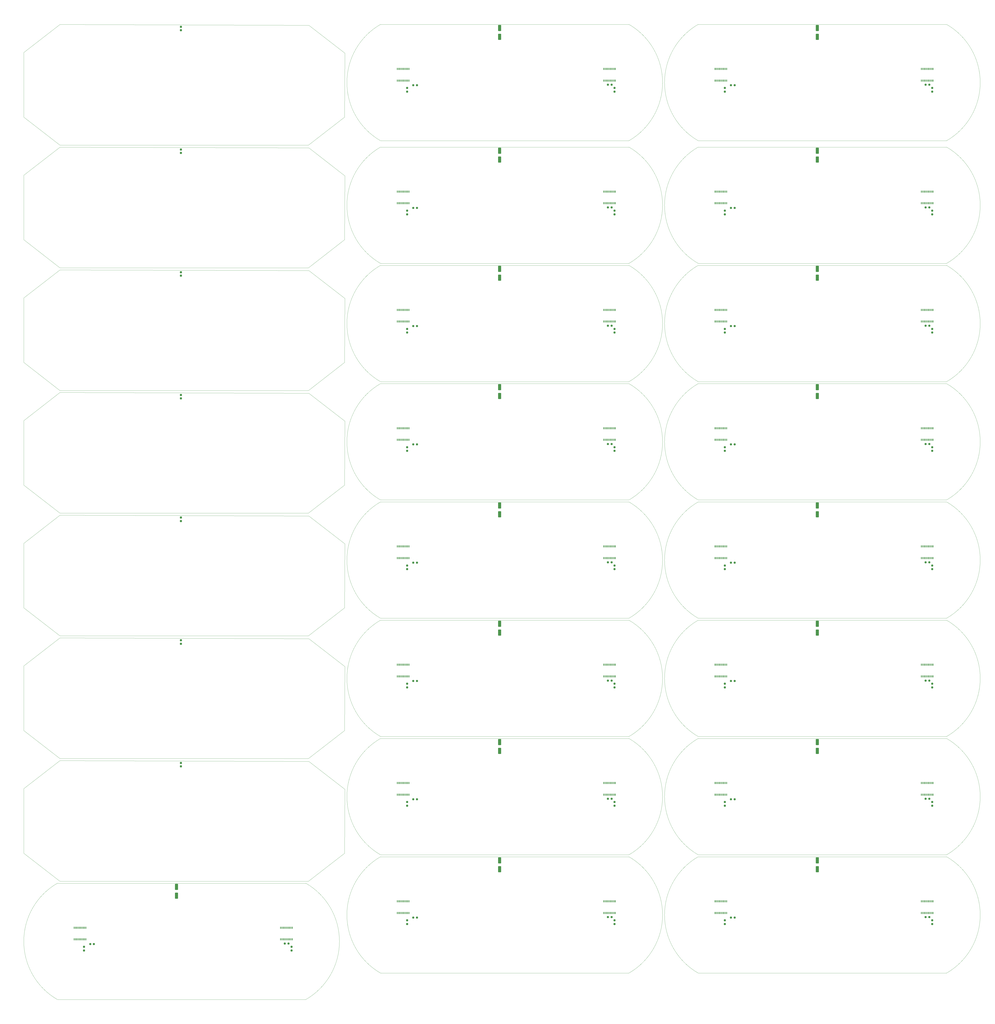
<source format=gbr>
%TF.GenerationSoftware,KiCad,Pcbnew,7.0.5-7.0.5~ubuntu20.04.1*%
%TF.CreationDate,2023-07-06T15:08:55+02:00*%
%TF.ProjectId,output_panel_QWYz9GD,6f757470-7574-45f7-9061-6e656c5f5157,rev?*%
%TF.SameCoordinates,Original*%
%TF.FileFunction,Paste,Bot*%
%TF.FilePolarity,Positive*%
%FSLAX45Y45*%
G04 Gerber Fmt 4.5, Leading zero omitted, Abs format (unit mm)*
G04 Created by KiCad (PCBNEW 7.0.5-7.0.5~ubuntu20.04.1) date 2023-07-06 15:08:55*
%MOMM*%
%LPD*%
G01*
G04 APERTURE LIST*
G04 Aperture macros list*
%AMRoundRect*
0 Rectangle with rounded corners*
0 $1 Rounding radius*
0 $2 $3 $4 $5 $6 $7 $8 $9 X,Y pos of 4 corners*
0 Add a 4 corners polygon primitive as box body*
4,1,4,$2,$3,$4,$5,$6,$7,$8,$9,$2,$3,0*
0 Add four circle primitives for the rounded corners*
1,1,$1+$1,$2,$3*
1,1,$1+$1,$4,$5*
1,1,$1+$1,$6,$7*
1,1,$1+$1,$8,$9*
0 Add four rect primitives between the rounded corners*
20,1,$1+$1,$2,$3,$4,$5,0*
20,1,$1+$1,$4,$5,$6,$7,0*
20,1,$1+$1,$6,$7,$8,$9,0*
20,1,$1+$1,$8,$9,$2,$3,0*%
G04 Aperture macros list end*
%TA.AperFunction,Profile*%
%ADD10C,0.050000*%
%TD*%
%TA.AperFunction,Profile*%
%ADD11C,0.100000*%
%TD*%
%ADD12RoundRect,0.237500X0.237500X-0.250000X0.237500X0.250000X-0.237500X0.250000X-0.237500X-0.250000X0*%
%ADD13RoundRect,0.237500X-0.250000X-0.237500X0.250000X-0.237500X0.250000X0.237500X-0.250000X0.237500X0*%
%ADD14RoundRect,0.237500X0.250000X0.237500X-0.250000X0.237500X-0.250000X-0.237500X0.250000X-0.237500X0*%
%ADD15R,0.400000X1.000000*%
%ADD16RoundRect,0.250000X-0.550000X1.250000X-0.550000X-1.250000X0.550000X-1.250000X0.550000X1.250000X0*%
%ADD17RoundRect,0.237500X-0.237500X0.300000X-0.237500X-0.300000X0.237500X-0.300000X0.237500X0.300000X0*%
G04 APERTURE END LIST*
D10*
X30243821Y-23770000D02*
G75*
G03*
X30243821Y-17970000I-1674316J2900000D01*
G01*
D11*
X50000Y-38169998D02*
X1850000Y-36769998D01*
D10*
X46091466Y-23770000D02*
G75*
G03*
X46091466Y-17970000I-1674316J2900000D01*
G01*
D11*
X1723822Y-42889998D02*
X14123822Y-42889998D01*
X17843821Y-11970000D02*
X30243821Y-11970000D01*
X17843821Y-29770000D02*
X30243821Y-29770000D01*
X14250000Y-6070000D02*
X1850000Y-6070000D01*
X1850000Y-12289999D02*
X14270000Y-12329999D01*
X50000Y-4670000D02*
X50000Y-1450000D01*
X33691466Y-23870000D02*
X46091466Y-23870000D01*
D10*
X17843822Y-41570000D02*
G75*
G03*
X17843821Y-47370000I1674316J-2900000D01*
G01*
D11*
X1850000Y-36769998D02*
X14270000Y-36809998D01*
X16050000Y-23029999D02*
X14250000Y-24429999D01*
X14250000Y-18309999D02*
X1850000Y-18309999D01*
X17843821Y-23870000D02*
X30243821Y-23870000D01*
X14250000Y-42789998D02*
X1850000Y-42789998D01*
X16070000Y-32079998D02*
X16050000Y-35269998D01*
X33691466Y-11970000D02*
X46091466Y-11970000D01*
X33691466Y-47370000D02*
X46091466Y-47370000D01*
D10*
X33691466Y-23870000D02*
G75*
G03*
X33691466Y-29670000I1674316J-2900000D01*
G01*
X33691466Y-6170000D02*
G75*
G03*
X33691466Y-11970000I1674316J-2900000D01*
G01*
D11*
X16050000Y-41389998D02*
X14250000Y-42789998D01*
X50000Y-29149998D02*
X50000Y-25929998D01*
X1850000Y-12189999D02*
X50000Y-10789999D01*
X1850000Y-18309999D02*
X50000Y-16909999D01*
X14270000Y-24569998D02*
X16070000Y-25959998D01*
X17843821Y-29670000D02*
X30243821Y-29670000D01*
X16070000Y-1480000D02*
X16050000Y-4670000D01*
X17843821Y-17870000D02*
X30243821Y-17870000D01*
X1850000Y-42789998D02*
X50000Y-41389998D01*
D10*
X46091466Y-11970000D02*
G75*
G03*
X46091466Y-6170000I-1674316J2900000D01*
G01*
D11*
X14250000Y-36669998D02*
X1850000Y-36669998D01*
D10*
X17843822Y-12070000D02*
G75*
G03*
X17843821Y-17870000I1674316J-2900000D01*
G01*
D11*
X50000Y-35269998D02*
X50000Y-32049998D01*
X33691466Y-12070000D02*
X46091466Y-12070000D01*
X50000Y-25929998D02*
X1850000Y-24529998D01*
X1850000Y-6169999D02*
X14270000Y-6209999D01*
D10*
X17843822Y-6170000D02*
G75*
G03*
X17843821Y-11970000I1674316J-2900000D01*
G01*
D11*
X33691466Y-29670000D02*
X46091466Y-29670000D01*
X17843821Y-35570000D02*
X30243821Y-35570000D01*
X17843821Y-41470000D02*
X30243821Y-41470000D01*
X16050000Y-10789999D02*
X14250000Y-12189999D01*
X14250000Y-24429999D02*
X1850000Y-24429999D01*
X17843821Y-12070000D02*
X30243821Y-12070000D01*
D10*
X33691466Y-41570000D02*
G75*
G03*
X33691466Y-47370000I1674316J-2900000D01*
G01*
X17843822Y-35670000D02*
G75*
G03*
X17843821Y-41470000I1674316J-2900000D01*
G01*
D11*
X33691466Y-41470000D02*
X46091466Y-41470000D01*
D10*
X1723822Y-42889998D02*
G75*
G03*
X1723822Y-48689998I1674316J-2900000D01*
G01*
D11*
X33691466Y-50000D02*
X46091466Y-50000D01*
D10*
X46091466Y-17870000D02*
G75*
G03*
X46091466Y-12070000I-1674316J2900000D01*
G01*
D11*
X14270000Y-30689998D02*
X16070000Y-32079998D01*
X17843821Y-35670000D02*
X30243821Y-35670000D01*
X1850000Y-24429999D02*
X50000Y-23029999D01*
X50000Y-32049998D02*
X1850000Y-30649998D01*
X16050000Y-4670000D02*
X14250000Y-6070000D01*
D10*
X46091466Y-35570000D02*
G75*
G03*
X46091466Y-29770000I-1674316J2900000D01*
G01*
D11*
X14270000Y-90000D02*
X16070000Y-1480000D01*
X16070000Y-13719999D02*
X16050000Y-16909999D01*
D10*
X30243821Y-29670000D02*
G75*
G03*
X30243821Y-23870000I-1674316J2900000D01*
G01*
D11*
X1850000Y-30649998D02*
X14270000Y-30689998D01*
X1850000Y-18409999D02*
X14270000Y-18449999D01*
X50000Y-13689999D02*
X1850000Y-12289999D01*
X14270000Y-6209999D02*
X16070000Y-7599999D01*
X50000Y-7569999D02*
X1850000Y-6169999D01*
D10*
X30243821Y-35570000D02*
G75*
G03*
X30243821Y-29770000I-1674316J2900000D01*
G01*
D11*
X16070000Y-25959998D02*
X16050000Y-29149998D01*
X50000Y-1450000D02*
X1850000Y-50000D01*
X33691466Y-23770000D02*
X46091466Y-23770000D01*
X17843821Y-23770000D02*
X30243821Y-23770000D01*
D10*
X17843821Y-50000D02*
G75*
G03*
X17843821Y-5850000I1674316J-2900000D01*
G01*
X46091466Y-47370000D02*
G75*
G03*
X46091466Y-41570000I-1674316J2900000D01*
G01*
D11*
X33691466Y-35670000D02*
X46091466Y-35670000D01*
X1723822Y-48689998D02*
X14123822Y-48689998D01*
X17843821Y-17970000D02*
X30243821Y-17970000D01*
D10*
X14123822Y-48689998D02*
G75*
G03*
X14123822Y-42889998I-1674316J2900000D01*
G01*
D11*
X50000Y-19809999D02*
X1850000Y-18409999D01*
D10*
X30243821Y-41470000D02*
G75*
G03*
X30243821Y-35670000I-1674316J2900000D01*
G01*
D11*
X16050000Y-29149998D02*
X14250000Y-30549998D01*
D10*
X33691466Y-12070000D02*
G75*
G03*
X33691466Y-17870000I1674316J-2900000D01*
G01*
D11*
X16070000Y-7599999D02*
X16050000Y-10789999D01*
X17843821Y-50000D02*
X30243821Y-50000D01*
D10*
X30243821Y-47370000D02*
G75*
G03*
X30243821Y-41570000I-1674316J2900000D01*
G01*
D11*
X17843821Y-47370000D02*
X30243821Y-47370000D01*
X14250000Y-12189999D02*
X1850000Y-12189999D01*
D10*
X30243821Y-11970000D02*
G75*
G03*
X30243821Y-6170000I-1674316J2900000D01*
G01*
D11*
X16050000Y-16909999D02*
X14250000Y-18309999D01*
X14270000Y-12329999D02*
X16070000Y-13719999D01*
X50000Y-16909999D02*
X50000Y-13689999D01*
X14270000Y-18449999D02*
X16070000Y-19839999D01*
X33691466Y-6170000D02*
X46091466Y-6170000D01*
X14270000Y-36809998D02*
X16070000Y-38199998D01*
X33691466Y-5850000D02*
X46091466Y-5850000D01*
D10*
X33691466Y-17970000D02*
G75*
G03*
X33691466Y-23770000I1674316J-2900000D01*
G01*
D11*
X33691466Y-41570000D02*
X46091466Y-41570000D01*
X16070000Y-38199998D02*
X16050000Y-41389998D01*
X1850000Y-50000D02*
X14270000Y-90000D01*
X14250000Y-30549998D02*
X1850000Y-30549998D01*
D10*
X33691466Y-35670000D02*
G75*
G03*
X33691466Y-41470000I1674316J-2900000D01*
G01*
X30243821Y-5850000D02*
G75*
G03*
X30243821Y-50000I-1674316J2900000D01*
G01*
X17843822Y-29770000D02*
G75*
G03*
X17843821Y-35570000I1674316J-2900000D01*
G01*
D11*
X1850000Y-6070000D02*
X50000Y-4670000D01*
X16050000Y-35269998D02*
X14250000Y-36669998D01*
D10*
X46091466Y-41470000D02*
G75*
G03*
X46091466Y-35670000I-1674316J2900000D01*
G01*
D11*
X1850000Y-36669998D02*
X50000Y-35269998D01*
D10*
X30243821Y-17870000D02*
G75*
G03*
X30243821Y-12070000I-1674316J2900000D01*
G01*
D11*
X50000Y-23029999D02*
X50000Y-19809999D01*
X1850000Y-24529998D02*
X14270000Y-24569998D01*
D10*
X17843822Y-17970000D02*
G75*
G03*
X17843821Y-23770000I1674316J-2900000D01*
G01*
X46091466Y-29670000D02*
G75*
G03*
X46091466Y-23870000I-1674316J2900000D01*
G01*
D11*
X50000Y-10789999D02*
X50000Y-7569999D01*
D10*
X33691466Y-29770000D02*
G75*
G03*
X33691466Y-35570000I1674316J-2900000D01*
G01*
D11*
X50000Y-41389998D02*
X50000Y-38169998D01*
D10*
X33691466Y-50000D02*
G75*
G03*
X33691466Y-5850000I1674316J-2900000D01*
G01*
X17843822Y-23870000D02*
G75*
G03*
X17843821Y-29670000I1674316J-2900000D01*
G01*
D11*
X17843821Y-41570000D02*
X30243821Y-41570000D01*
X17843821Y-6170000D02*
X30243821Y-6170000D01*
X17843821Y-5850000D02*
X30243821Y-5850000D01*
X16070000Y-19839999D02*
X16050000Y-23029999D01*
D10*
X46091466Y-5850000D02*
G75*
G03*
X46091466Y-50000I-1674316J2900000D01*
G01*
D11*
X33691466Y-17970000D02*
X46091466Y-17970000D01*
X33691466Y-35570000D02*
X46091466Y-35570000D01*
X33691466Y-17870000D02*
X46091466Y-17870000D01*
X33691466Y-29770000D02*
X46091466Y-29770000D01*
X1850000Y-30549998D02*
X50000Y-29149998D01*
D12*
X29524821Y-3401250D03*
X29524821Y-3218750D03*
D13*
X45041216Y-15080000D03*
X45223716Y-15080000D03*
D12*
X45372466Y-44921250D03*
X45372466Y-44738750D03*
D14*
X19666071Y-15100000D03*
X19483571Y-15100000D03*
D15*
X19267321Y-14870000D03*
X19202321Y-14870000D03*
X19137321Y-14870000D03*
X19072321Y-14870000D03*
X19007321Y-14870000D03*
X18942321Y-14870000D03*
X18877321Y-14870000D03*
X18812321Y-14870000D03*
X18747321Y-14870000D03*
X18682321Y-14870000D03*
X18682321Y-14290000D03*
X18747321Y-14290000D03*
X18812321Y-14290000D03*
X18877321Y-14290000D03*
X18942321Y-14290000D03*
X19007321Y-14290000D03*
X19072321Y-14290000D03*
X19137321Y-14290000D03*
X19202321Y-14290000D03*
X19267321Y-14290000D03*
D12*
X19174821Y-27221250D03*
X19174821Y-27038750D03*
D15*
X19267321Y-44370000D03*
X19202321Y-44370000D03*
X19137321Y-44370000D03*
X19072321Y-44370000D03*
X19007321Y-44370000D03*
X18942321Y-44370000D03*
X18877321Y-44370000D03*
X18812321Y-44370000D03*
X18747321Y-44370000D03*
X18682321Y-44370000D03*
X18682321Y-43790000D03*
X18747321Y-43790000D03*
X18812321Y-43790000D03*
X18877321Y-43790000D03*
X18942321Y-43790000D03*
X19007321Y-43790000D03*
X19072321Y-43790000D03*
X19137321Y-43790000D03*
X19202321Y-43790000D03*
X19267321Y-43790000D03*
D12*
X35022466Y-27221250D03*
X35022466Y-27038750D03*
X45372466Y-39021250D03*
X45372466Y-38838750D03*
D16*
X23786821Y-227000D03*
X23786821Y-667000D03*
D15*
X3147322Y-45689998D03*
X3082322Y-45689998D03*
X3017322Y-45689998D03*
X2952322Y-45689998D03*
X2887322Y-45689998D03*
X2822322Y-45689998D03*
X2757322Y-45689998D03*
X2692322Y-45689998D03*
X2627322Y-45689998D03*
X2562322Y-45689998D03*
X2562322Y-45109998D03*
X2627322Y-45109998D03*
X2692322Y-45109998D03*
X2757322Y-45109998D03*
X2822322Y-45109998D03*
X2887322Y-45109998D03*
X2952322Y-45109998D03*
X3017322Y-45109998D03*
X3082322Y-45109998D03*
X3147322Y-45109998D03*
D12*
X35022466Y-44921250D03*
X35022466Y-44738750D03*
D13*
X45041216Y-20980000D03*
X45223716Y-20980000D03*
D12*
X13404822Y-46241248D03*
X13404822Y-46058748D03*
D15*
X35114966Y-2850000D03*
X35049966Y-2850000D03*
X34984966Y-2850000D03*
X34919966Y-2850000D03*
X34854966Y-2850000D03*
X34789966Y-2850000D03*
X34724966Y-2850000D03*
X34659966Y-2850000D03*
X34594966Y-2850000D03*
X34529966Y-2850000D03*
X34529966Y-2270000D03*
X34594966Y-2270000D03*
X34659966Y-2270000D03*
X34724966Y-2270000D03*
X34789966Y-2270000D03*
X34854966Y-2270000D03*
X34919966Y-2270000D03*
X34984966Y-2270000D03*
X35049966Y-2270000D03*
X35114966Y-2270000D03*
D12*
X29524821Y-39021250D03*
X29524821Y-38838750D03*
D13*
X29193571Y-38680000D03*
X29376071Y-38680000D03*
D16*
X39634466Y-24047000D03*
X39634466Y-24487000D03*
D17*
X7890000Y-24649998D03*
X7890000Y-24822498D03*
D15*
X29567321Y-14870000D03*
X29502321Y-14870000D03*
X29437321Y-14870000D03*
X29372321Y-14870000D03*
X29307321Y-14870000D03*
X29242321Y-14870000D03*
X29177321Y-14870000D03*
X29112321Y-14870000D03*
X29047321Y-14870000D03*
X28982321Y-14870000D03*
X28982321Y-14290000D03*
X29047321Y-14290000D03*
X29112321Y-14290000D03*
X29177321Y-14290000D03*
X29242321Y-14290000D03*
X29307321Y-14290000D03*
X29372321Y-14290000D03*
X29437321Y-14290000D03*
X29502321Y-14290000D03*
X29567321Y-14290000D03*
D14*
X19666071Y-32800000D03*
X19483571Y-32800000D03*
D15*
X35114966Y-44370000D03*
X35049966Y-44370000D03*
X34984966Y-44370000D03*
X34919966Y-44370000D03*
X34854966Y-44370000D03*
X34789966Y-44370000D03*
X34724966Y-44370000D03*
X34659966Y-44370000D03*
X34594966Y-44370000D03*
X34529966Y-44370000D03*
X34529966Y-43790000D03*
X34594966Y-43790000D03*
X34659966Y-43790000D03*
X34724966Y-43790000D03*
X34789966Y-43790000D03*
X34854966Y-43790000D03*
X34919966Y-43790000D03*
X34984966Y-43790000D03*
X35049966Y-43790000D03*
X35114966Y-43790000D03*
D13*
X45041216Y-9180000D03*
X45223716Y-9180000D03*
D15*
X29567321Y-44370000D03*
X29502321Y-44370000D03*
X29437321Y-44370000D03*
X29372321Y-44370000D03*
X29307321Y-44370000D03*
X29242321Y-44370000D03*
X29177321Y-44370000D03*
X29112321Y-44370000D03*
X29047321Y-44370000D03*
X28982321Y-44370000D03*
X28982321Y-43790000D03*
X29047321Y-43790000D03*
X29112321Y-43790000D03*
X29177321Y-43790000D03*
X29242321Y-43790000D03*
X29307321Y-43790000D03*
X29372321Y-43790000D03*
X29437321Y-43790000D03*
X29502321Y-43790000D03*
X29567321Y-43790000D03*
D12*
X29524821Y-33121250D03*
X29524821Y-32938750D03*
D15*
X19267321Y-2850000D03*
X19202321Y-2850000D03*
X19137321Y-2850000D03*
X19072321Y-2850000D03*
X19007321Y-2850000D03*
X18942321Y-2850000D03*
X18877321Y-2850000D03*
X18812321Y-2850000D03*
X18747321Y-2850000D03*
X18682321Y-2850000D03*
X18682321Y-2270000D03*
X18747321Y-2270000D03*
X18812321Y-2270000D03*
X18877321Y-2270000D03*
X18942321Y-2270000D03*
X19007321Y-2270000D03*
X19072321Y-2270000D03*
X19137321Y-2270000D03*
X19202321Y-2270000D03*
X19267321Y-2270000D03*
D12*
X29524821Y-44921250D03*
X29524821Y-44738750D03*
D15*
X19267321Y-8970000D03*
X19202321Y-8970000D03*
X19137321Y-8970000D03*
X19072321Y-8970000D03*
X19007321Y-8970000D03*
X18942321Y-8970000D03*
X18877321Y-8970000D03*
X18812321Y-8970000D03*
X18747321Y-8970000D03*
X18682321Y-8970000D03*
X18682321Y-8390000D03*
X18747321Y-8390000D03*
X18812321Y-8390000D03*
X18877321Y-8390000D03*
X18942321Y-8390000D03*
X19007321Y-8390000D03*
X19072321Y-8390000D03*
X19137321Y-8390000D03*
X19202321Y-8390000D03*
X19267321Y-8390000D03*
D12*
X29524821Y-9521250D03*
X29524821Y-9338750D03*
D16*
X23786821Y-41747000D03*
X23786821Y-42187000D03*
D12*
X29524821Y-21321250D03*
X29524821Y-21138750D03*
D15*
X35114966Y-8970000D03*
X35049966Y-8970000D03*
X34984966Y-8970000D03*
X34919966Y-8970000D03*
X34854966Y-8970000D03*
X34789966Y-8970000D03*
X34724966Y-8970000D03*
X34659966Y-8970000D03*
X34594966Y-8970000D03*
X34529966Y-8970000D03*
X34529966Y-8390000D03*
X34594966Y-8390000D03*
X34659966Y-8390000D03*
X34724966Y-8390000D03*
X34789966Y-8390000D03*
X34854966Y-8390000D03*
X34919966Y-8390000D03*
X34984966Y-8390000D03*
X35049966Y-8390000D03*
X35114966Y-8390000D03*
D13*
X45041216Y-44580000D03*
X45223716Y-44580000D03*
D15*
X45414966Y-26670000D03*
X45349966Y-26670000D03*
X45284966Y-26670000D03*
X45219966Y-26670000D03*
X45154966Y-26670000D03*
X45089966Y-26670000D03*
X45024966Y-26670000D03*
X44959966Y-26670000D03*
X44894966Y-26670000D03*
X44829966Y-26670000D03*
X44829966Y-26090000D03*
X44894966Y-26090000D03*
X44959966Y-26090000D03*
X45024966Y-26090000D03*
X45089966Y-26090000D03*
X45154966Y-26090000D03*
X45219966Y-26090000D03*
X45284966Y-26090000D03*
X45349966Y-26090000D03*
X45414966Y-26090000D03*
X45414966Y-32570000D03*
X45349966Y-32570000D03*
X45284966Y-32570000D03*
X45219966Y-32570000D03*
X45154966Y-32570000D03*
X45089966Y-32570000D03*
X45024966Y-32570000D03*
X44959966Y-32570000D03*
X44894966Y-32570000D03*
X44829966Y-32570000D03*
X44829966Y-31990000D03*
X44894966Y-31990000D03*
X44959966Y-31990000D03*
X45024966Y-31990000D03*
X45089966Y-31990000D03*
X45154966Y-31990000D03*
X45219966Y-31990000D03*
X45284966Y-31990000D03*
X45349966Y-31990000D03*
X45414966Y-31990000D03*
X45414966Y-20770000D03*
X45349966Y-20770000D03*
X45284966Y-20770000D03*
X45219966Y-20770000D03*
X45154966Y-20770000D03*
X45089966Y-20770000D03*
X45024966Y-20770000D03*
X44959966Y-20770000D03*
X44894966Y-20770000D03*
X44829966Y-20770000D03*
X44829966Y-20190000D03*
X44894966Y-20190000D03*
X44959966Y-20190000D03*
X45024966Y-20190000D03*
X45089966Y-20190000D03*
X45154966Y-20190000D03*
X45219966Y-20190000D03*
X45284966Y-20190000D03*
X45349966Y-20190000D03*
X45414966Y-20190000D03*
D12*
X45372466Y-21321250D03*
X45372466Y-21138750D03*
D14*
X35513716Y-44600000D03*
X35331216Y-44600000D03*
D12*
X19174821Y-15421250D03*
X19174821Y-15238750D03*
D15*
X45414966Y-14870000D03*
X45349966Y-14870000D03*
X45284966Y-14870000D03*
X45219966Y-14870000D03*
X45154966Y-14870000D03*
X45089966Y-14870000D03*
X45024966Y-14870000D03*
X44959966Y-14870000D03*
X44894966Y-14870000D03*
X44829966Y-14870000D03*
X44829966Y-14290000D03*
X44894966Y-14290000D03*
X44959966Y-14290000D03*
X45024966Y-14290000D03*
X45089966Y-14290000D03*
X45154966Y-14290000D03*
X45219966Y-14290000D03*
X45284966Y-14290000D03*
X45349966Y-14290000D03*
X45414966Y-14290000D03*
D12*
X29524821Y-27221250D03*
X29524821Y-27038750D03*
D17*
X7890000Y-6289999D03*
X7890000Y-6462499D03*
D15*
X35114966Y-14870000D03*
X35049966Y-14870000D03*
X34984966Y-14870000D03*
X34919966Y-14870000D03*
X34854966Y-14870000D03*
X34789966Y-14870000D03*
X34724966Y-14870000D03*
X34659966Y-14870000D03*
X34594966Y-14870000D03*
X34529966Y-14870000D03*
X34529966Y-14290000D03*
X34594966Y-14290000D03*
X34659966Y-14290000D03*
X34724966Y-14290000D03*
X34789966Y-14290000D03*
X34854966Y-14290000D03*
X34919966Y-14290000D03*
X34984966Y-14290000D03*
X35049966Y-14290000D03*
X35114966Y-14290000D03*
D13*
X29193571Y-9180000D03*
X29376071Y-9180000D03*
D12*
X35022466Y-39021250D03*
X35022466Y-38838750D03*
X19174821Y-3401250D03*
X19174821Y-3218750D03*
D14*
X35513716Y-21000000D03*
X35331216Y-21000000D03*
D15*
X45414966Y-8970000D03*
X45349966Y-8970000D03*
X45284966Y-8970000D03*
X45219966Y-8970000D03*
X45154966Y-8970000D03*
X45089966Y-8970000D03*
X45024966Y-8970000D03*
X44959966Y-8970000D03*
X44894966Y-8970000D03*
X44829966Y-8970000D03*
X44829966Y-8390000D03*
X44894966Y-8390000D03*
X44959966Y-8390000D03*
X45024966Y-8390000D03*
X45089966Y-8390000D03*
X45154966Y-8390000D03*
X45219966Y-8390000D03*
X45284966Y-8390000D03*
X45349966Y-8390000D03*
X45414966Y-8390000D03*
D16*
X39634466Y-227000D03*
X39634466Y-667000D03*
D15*
X35114966Y-26670000D03*
X35049966Y-26670000D03*
X34984966Y-26670000D03*
X34919966Y-26670000D03*
X34854966Y-26670000D03*
X34789966Y-26670000D03*
X34724966Y-26670000D03*
X34659966Y-26670000D03*
X34594966Y-26670000D03*
X34529966Y-26670000D03*
X34529966Y-26090000D03*
X34594966Y-26090000D03*
X34659966Y-26090000D03*
X34724966Y-26090000D03*
X34789966Y-26090000D03*
X34854966Y-26090000D03*
X34919966Y-26090000D03*
X34984966Y-26090000D03*
X35049966Y-26090000D03*
X35114966Y-26090000D03*
D13*
X29193571Y-15080000D03*
X29376071Y-15080000D03*
D14*
X3546072Y-45919998D03*
X3363572Y-45919998D03*
D12*
X45372466Y-15421250D03*
X45372466Y-15238750D03*
D15*
X35114966Y-38470000D03*
X35049966Y-38470000D03*
X34984966Y-38470000D03*
X34919966Y-38470000D03*
X34854966Y-38470000D03*
X34789966Y-38470000D03*
X34724966Y-38470000D03*
X34659966Y-38470000D03*
X34594966Y-38470000D03*
X34529966Y-38470000D03*
X34529966Y-37890000D03*
X34594966Y-37890000D03*
X34659966Y-37890000D03*
X34724966Y-37890000D03*
X34789966Y-37890000D03*
X34854966Y-37890000D03*
X34919966Y-37890000D03*
X34984966Y-37890000D03*
X35049966Y-37890000D03*
X35114966Y-37890000D03*
X29567321Y-2850000D03*
X29502321Y-2850000D03*
X29437321Y-2850000D03*
X29372321Y-2850000D03*
X29307321Y-2850000D03*
X29242321Y-2850000D03*
X29177321Y-2850000D03*
X29112321Y-2850000D03*
X29047321Y-2850000D03*
X28982321Y-2850000D03*
X28982321Y-2270000D03*
X29047321Y-2270000D03*
X29112321Y-2270000D03*
X29177321Y-2270000D03*
X29242321Y-2270000D03*
X29307321Y-2270000D03*
X29372321Y-2270000D03*
X29437321Y-2270000D03*
X29502321Y-2270000D03*
X29567321Y-2270000D03*
D17*
X7890000Y-18529999D03*
X7890000Y-18702499D03*
D16*
X23786821Y-6347000D03*
X23786821Y-6787000D03*
X23786821Y-35847000D03*
X23786821Y-36287000D03*
D15*
X19267321Y-32570000D03*
X19202321Y-32570000D03*
X19137321Y-32570000D03*
X19072321Y-32570000D03*
X19007321Y-32570000D03*
X18942321Y-32570000D03*
X18877321Y-32570000D03*
X18812321Y-32570000D03*
X18747321Y-32570000D03*
X18682321Y-32570000D03*
X18682321Y-31990000D03*
X18747321Y-31990000D03*
X18812321Y-31990000D03*
X18877321Y-31990000D03*
X18942321Y-31990000D03*
X19007321Y-31990000D03*
X19072321Y-31990000D03*
X19137321Y-31990000D03*
X19202321Y-31990000D03*
X19267321Y-31990000D03*
D12*
X19174821Y-9521250D03*
X19174821Y-9338750D03*
D16*
X23786821Y-24047000D03*
X23786821Y-24487000D03*
D14*
X19666071Y-26900000D03*
X19483571Y-26900000D03*
D12*
X29524821Y-15421250D03*
X29524821Y-15238750D03*
D14*
X19666071Y-3080000D03*
X19483571Y-3080000D03*
D16*
X39634466Y-18147000D03*
X39634466Y-18587000D03*
D15*
X35114966Y-32570000D03*
X35049966Y-32570000D03*
X34984966Y-32570000D03*
X34919966Y-32570000D03*
X34854966Y-32570000D03*
X34789966Y-32570000D03*
X34724966Y-32570000D03*
X34659966Y-32570000D03*
X34594966Y-32570000D03*
X34529966Y-32570000D03*
X34529966Y-31990000D03*
X34594966Y-31990000D03*
X34659966Y-31990000D03*
X34724966Y-31990000D03*
X34789966Y-31990000D03*
X34854966Y-31990000D03*
X34919966Y-31990000D03*
X34984966Y-31990000D03*
X35049966Y-31990000D03*
X35114966Y-31990000D03*
D13*
X29193571Y-32780000D03*
X29376071Y-32780000D03*
D12*
X3054822Y-46241248D03*
X3054822Y-46058748D03*
D14*
X19666071Y-21000000D03*
X19483571Y-21000000D03*
D15*
X29567321Y-26670000D03*
X29502321Y-26670000D03*
X29437321Y-26670000D03*
X29372321Y-26670000D03*
X29307321Y-26670000D03*
X29242321Y-26670000D03*
X29177321Y-26670000D03*
X29112321Y-26670000D03*
X29047321Y-26670000D03*
X28982321Y-26670000D03*
X28982321Y-26090000D03*
X29047321Y-26090000D03*
X29112321Y-26090000D03*
X29177321Y-26090000D03*
X29242321Y-26090000D03*
X29307321Y-26090000D03*
X29372321Y-26090000D03*
X29437321Y-26090000D03*
X29502321Y-26090000D03*
X29567321Y-26090000D03*
D16*
X39634466Y-41747000D03*
X39634466Y-42187000D03*
D15*
X19267321Y-20770000D03*
X19202321Y-20770000D03*
X19137321Y-20770000D03*
X19072321Y-20770000D03*
X19007321Y-20770000D03*
X18942321Y-20770000D03*
X18877321Y-20770000D03*
X18812321Y-20770000D03*
X18747321Y-20770000D03*
X18682321Y-20770000D03*
X18682321Y-20190000D03*
X18747321Y-20190000D03*
X18812321Y-20190000D03*
X18877321Y-20190000D03*
X18942321Y-20190000D03*
X19007321Y-20190000D03*
X19072321Y-20190000D03*
X19137321Y-20190000D03*
X19202321Y-20190000D03*
X19267321Y-20190000D03*
D13*
X45041216Y-3060000D03*
X45223716Y-3060000D03*
D14*
X35513716Y-9200000D03*
X35331216Y-9200000D03*
D12*
X35022466Y-21321250D03*
X35022466Y-21138750D03*
D17*
X7890000Y-170000D03*
X7890000Y-342500D03*
D16*
X23786821Y-29947000D03*
X23786821Y-30387000D03*
D12*
X19174821Y-21321250D03*
X19174821Y-21138750D03*
D13*
X29193571Y-3060000D03*
X29376071Y-3060000D03*
D12*
X45372466Y-9521250D03*
X45372466Y-9338750D03*
D14*
X19666071Y-38700000D03*
X19483571Y-38700000D03*
X19666071Y-9200000D03*
X19483571Y-9200000D03*
D13*
X29193571Y-20980000D03*
X29376071Y-20980000D03*
D12*
X35022466Y-33121250D03*
X35022466Y-32938750D03*
D15*
X19267321Y-38470000D03*
X19202321Y-38470000D03*
X19137321Y-38470000D03*
X19072321Y-38470000D03*
X19007321Y-38470000D03*
X18942321Y-38470000D03*
X18877321Y-38470000D03*
X18812321Y-38470000D03*
X18747321Y-38470000D03*
X18682321Y-38470000D03*
X18682321Y-37890000D03*
X18747321Y-37890000D03*
X18812321Y-37890000D03*
X18877321Y-37890000D03*
X18942321Y-37890000D03*
X19007321Y-37890000D03*
X19072321Y-37890000D03*
X19137321Y-37890000D03*
X19202321Y-37890000D03*
X19267321Y-37890000D03*
D16*
X39634466Y-35847000D03*
X39634466Y-36287000D03*
X39634466Y-12247000D03*
X39634466Y-12687000D03*
D14*
X35513716Y-38700000D03*
X35331216Y-38700000D03*
D15*
X45414966Y-44370000D03*
X45349966Y-44370000D03*
X45284966Y-44370000D03*
X45219966Y-44370000D03*
X45154966Y-44370000D03*
X45089966Y-44370000D03*
X45024966Y-44370000D03*
X44959966Y-44370000D03*
X44894966Y-44370000D03*
X44829966Y-44370000D03*
X44829966Y-43790000D03*
X44894966Y-43790000D03*
X44959966Y-43790000D03*
X45024966Y-43790000D03*
X45089966Y-43790000D03*
X45154966Y-43790000D03*
X45219966Y-43790000D03*
X45284966Y-43790000D03*
X45349966Y-43790000D03*
X45414966Y-43790000D03*
X45414966Y-38470000D03*
X45349966Y-38470000D03*
X45284966Y-38470000D03*
X45219966Y-38470000D03*
X45154966Y-38470000D03*
X45089966Y-38470000D03*
X45024966Y-38470000D03*
X44959966Y-38470000D03*
X44894966Y-38470000D03*
X44829966Y-38470000D03*
X44829966Y-37890000D03*
X44894966Y-37890000D03*
X44959966Y-37890000D03*
X45024966Y-37890000D03*
X45089966Y-37890000D03*
X45154966Y-37890000D03*
X45219966Y-37890000D03*
X45284966Y-37890000D03*
X45349966Y-37890000D03*
X45414966Y-37890000D03*
D12*
X35022466Y-15421250D03*
X35022466Y-15238750D03*
D13*
X29193571Y-44580000D03*
X29376071Y-44580000D03*
D16*
X39634466Y-29947000D03*
X39634466Y-30387000D03*
D14*
X35513716Y-15100000D03*
X35331216Y-15100000D03*
D13*
X45041216Y-32780000D03*
X45223716Y-32780000D03*
D15*
X29567321Y-20770000D03*
X29502321Y-20770000D03*
X29437321Y-20770000D03*
X29372321Y-20770000D03*
X29307321Y-20770000D03*
X29242321Y-20770000D03*
X29177321Y-20770000D03*
X29112321Y-20770000D03*
X29047321Y-20770000D03*
X28982321Y-20770000D03*
X28982321Y-20190000D03*
X29047321Y-20190000D03*
X29112321Y-20190000D03*
X29177321Y-20190000D03*
X29242321Y-20190000D03*
X29307321Y-20190000D03*
X29372321Y-20190000D03*
X29437321Y-20190000D03*
X29502321Y-20190000D03*
X29567321Y-20190000D03*
X29567321Y-32570000D03*
X29502321Y-32570000D03*
X29437321Y-32570000D03*
X29372321Y-32570000D03*
X29307321Y-32570000D03*
X29242321Y-32570000D03*
X29177321Y-32570000D03*
X29112321Y-32570000D03*
X29047321Y-32570000D03*
X28982321Y-32570000D03*
X28982321Y-31990000D03*
X29047321Y-31990000D03*
X29112321Y-31990000D03*
X29177321Y-31990000D03*
X29242321Y-31990000D03*
X29307321Y-31990000D03*
X29372321Y-31990000D03*
X29437321Y-31990000D03*
X29502321Y-31990000D03*
X29567321Y-31990000D03*
D12*
X19174821Y-33121250D03*
X19174821Y-32938750D03*
X19174821Y-39021250D03*
X19174821Y-38838750D03*
D14*
X35513716Y-3080000D03*
X35331216Y-3080000D03*
D17*
X7890000Y-12409999D03*
X7890000Y-12582499D03*
D12*
X19174821Y-44921250D03*
X19174821Y-44738750D03*
D13*
X29193571Y-26880000D03*
X29376071Y-26880000D03*
D17*
X7890000Y-30769998D03*
X7890000Y-30942498D03*
D15*
X29567321Y-8970000D03*
X29502321Y-8970000D03*
X29437321Y-8970000D03*
X29372321Y-8970000D03*
X29307321Y-8970000D03*
X29242321Y-8970000D03*
X29177321Y-8970000D03*
X29112321Y-8970000D03*
X29047321Y-8970000D03*
X28982321Y-8970000D03*
X28982321Y-8390000D03*
X29047321Y-8390000D03*
X29112321Y-8390000D03*
X29177321Y-8390000D03*
X29242321Y-8390000D03*
X29307321Y-8390000D03*
X29372321Y-8390000D03*
X29437321Y-8390000D03*
X29502321Y-8390000D03*
X29567321Y-8390000D03*
D14*
X35513716Y-26900000D03*
X35331216Y-26900000D03*
D16*
X23786821Y-18147000D03*
X23786821Y-18587000D03*
D13*
X13073572Y-45899998D03*
X13256072Y-45899998D03*
D15*
X13447322Y-45689998D03*
X13382322Y-45689998D03*
X13317322Y-45689998D03*
X13252322Y-45689998D03*
X13187322Y-45689998D03*
X13122322Y-45689998D03*
X13057322Y-45689998D03*
X12992322Y-45689998D03*
X12927322Y-45689998D03*
X12862322Y-45689998D03*
X12862322Y-45109998D03*
X12927322Y-45109998D03*
X12992322Y-45109998D03*
X13057322Y-45109998D03*
X13122322Y-45109998D03*
X13187322Y-45109998D03*
X13252322Y-45109998D03*
X13317322Y-45109998D03*
X13382322Y-45109998D03*
X13447322Y-45109998D03*
D12*
X45372466Y-27221250D03*
X45372466Y-27038750D03*
D13*
X45041216Y-38680000D03*
X45223716Y-38680000D03*
D17*
X7890000Y-36889998D03*
X7890000Y-37062498D03*
D14*
X19666071Y-44600000D03*
X19483571Y-44600000D03*
D15*
X45414966Y-2850000D03*
X45349966Y-2850000D03*
X45284966Y-2850000D03*
X45219966Y-2850000D03*
X45154966Y-2850000D03*
X45089966Y-2850000D03*
X45024966Y-2850000D03*
X44959966Y-2850000D03*
X44894966Y-2850000D03*
X44829966Y-2850000D03*
X44829966Y-2270000D03*
X44894966Y-2270000D03*
X44959966Y-2270000D03*
X45024966Y-2270000D03*
X45089966Y-2270000D03*
X45154966Y-2270000D03*
X45219966Y-2270000D03*
X45284966Y-2270000D03*
X45349966Y-2270000D03*
X45414966Y-2270000D03*
X29567321Y-38470000D03*
X29502321Y-38470000D03*
X29437321Y-38470000D03*
X29372321Y-38470000D03*
X29307321Y-38470000D03*
X29242321Y-38470000D03*
X29177321Y-38470000D03*
X29112321Y-38470000D03*
X29047321Y-38470000D03*
X28982321Y-38470000D03*
X28982321Y-37890000D03*
X29047321Y-37890000D03*
X29112321Y-37890000D03*
X29177321Y-37890000D03*
X29242321Y-37890000D03*
X29307321Y-37890000D03*
X29372321Y-37890000D03*
X29437321Y-37890000D03*
X29502321Y-37890000D03*
X29567321Y-37890000D03*
X35114966Y-20770000D03*
X35049966Y-20770000D03*
X34984966Y-20770000D03*
X34919966Y-20770000D03*
X34854966Y-20770000D03*
X34789966Y-20770000D03*
X34724966Y-20770000D03*
X34659966Y-20770000D03*
X34594966Y-20770000D03*
X34529966Y-20770000D03*
X34529966Y-20190000D03*
X34594966Y-20190000D03*
X34659966Y-20190000D03*
X34724966Y-20190000D03*
X34789966Y-20190000D03*
X34854966Y-20190000D03*
X34919966Y-20190000D03*
X34984966Y-20190000D03*
X35049966Y-20190000D03*
X35114966Y-20190000D03*
D16*
X23786821Y-12247000D03*
X23786821Y-12687000D03*
D12*
X35022466Y-3401250D03*
X35022466Y-3218750D03*
D14*
X35513716Y-32800000D03*
X35331216Y-32800000D03*
D12*
X45372466Y-33121250D03*
X45372466Y-32938750D03*
X45372466Y-3401250D03*
X45372466Y-3218750D03*
D16*
X39634466Y-6347000D03*
X39634466Y-6787000D03*
D15*
X19267321Y-26670000D03*
X19202321Y-26670000D03*
X19137321Y-26670000D03*
X19072321Y-26670000D03*
X19007321Y-26670000D03*
X18942321Y-26670000D03*
X18877321Y-26670000D03*
X18812321Y-26670000D03*
X18747321Y-26670000D03*
X18682321Y-26670000D03*
X18682321Y-26090000D03*
X18747321Y-26090000D03*
X18812321Y-26090000D03*
X18877321Y-26090000D03*
X18942321Y-26090000D03*
X19007321Y-26090000D03*
X19072321Y-26090000D03*
X19137321Y-26090000D03*
X19202321Y-26090000D03*
X19267321Y-26090000D03*
D13*
X45041216Y-26880000D03*
X45223716Y-26880000D03*
D12*
X35022466Y-9521250D03*
X35022466Y-9338750D03*
D16*
X7666822Y-43066998D03*
X7666822Y-43506998D03*
M02*

</source>
